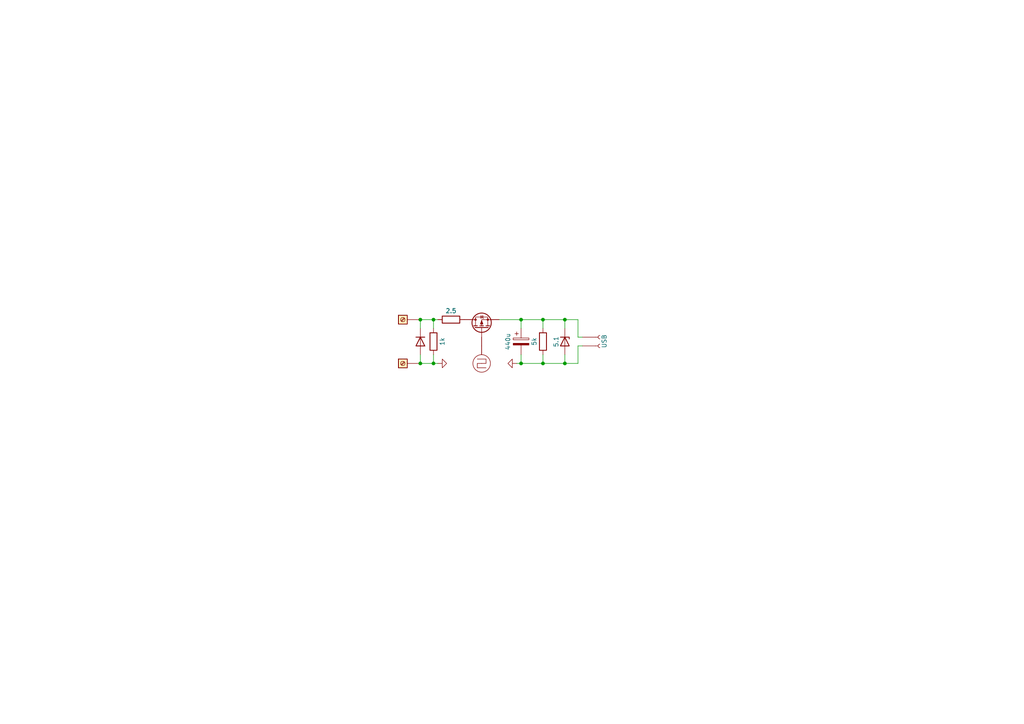
<source format=kicad_sch>
(kicad_sch (version 20211123) (generator eeschema)
  (paper "A4")
  (lib_symbols
    (symbol "Connector:Conn_01x02_Female" (pin_numbers hide) (pin_names (offset 1.016) hide)
      (property "Reference" "J" (at 0 2.54 0))
      (property "Value" "Conn_01x02_Female" (at 0 -5.08 0))
      (symbol "Conn_01x02_Female_1_1"
        (arc (start 0 -2.032) (mid -0.508 -2.54) (end 0 -3.048) (stroke (width 0.1524)))
        (polyline (pts (xy -1.27 -2.54) (xy -0.508 -2.54)) (stroke (width 0.1524)))
        (polyline (pts (xy -1.27 0) (xy -0.508 0)) (stroke (width 0.1524)))
        (arc (start 0 0.508) (mid -0.508 0) (end 0 -0.508) (stroke (width 0.1524)))
        (pin passive line (at -5.08 0 0) (length 3.81) (name "Pin_1") (number "1"))
        (pin passive line (at -5.08 -2.54 0) (length 3.81) (name "Pin_2") (number "2"))
      )
    )
    (symbol "Connector:Screw_Terminal_01x01" (pin_numbers hide) (pin_names (offset 1.016) hide)
      (property "Reference" "J" (at 0 2.54 0))
      (property "Value" "Screw_Terminal_01x01" (at 0 -2.54 0))
      (symbol "Screw_Terminal_01x01_1_1"
        (rectangle (start -1.27 1.27) (end 1.27 -1.27) (stroke (width 0.254)) (fill (type background)))
        (polyline (pts (xy -0.5334 0.3302) (xy 0.3302 -0.508)) (stroke (width 0.1524)))
        (polyline (pts (xy -0.3556 0.508) (xy 0.508 -0.3302)) (stroke (width 0.1524)))
        (circle (center 0 0) (radius 0.635) (stroke (width 0.1524)))
        (pin passive line (at -5.08 0 0) (length 3.81) (name "Pin_1") (number "1"))
      )
    )
    (symbol "Device:C_Polarized" (pin_numbers hide) (pin_names (offset 0.254))
      (property "Reference" "C" (at 0.635 2.54 0))
      (property "Value" "C_Polarized" (at 0.635 -2.54 0))
      (symbol "C_Polarized_0_1"
        (rectangle (start -2.286 0.508) (end 2.286 1.016))
        (polyline (pts (xy -1.778 2.286) (xy -0.762 2.286)))
        (polyline (pts (xy -1.27 2.794) (xy -1.27 1.778)))
        (rectangle (start 2.286 -0.508) (end -2.286 -1.016) (fill (type outline)))
      )
      (symbol "C_Polarized_1_1"
        (pin passive line (at 0 3.81 270) (length 2.794) (name "~") (number "1"))
        (pin passive line (at 0 -3.81 90) (length 2.794) (name "~") (number "2"))
      )
    )
    (symbol "Device:D" (pin_numbers hide) (pin_names (offset 1.016) hide)
      (property "Reference" "D" (at 0 2.54 0))
      (property "Value" "D" (at 0 -2.54 0))
      (symbol "D_0_1"
        (polyline (pts (xy -1.27 1.27) (xy -1.27 -1.27)) (stroke (width 0.254)))
        (polyline (pts (xy 1.27 0) (xy -1.27 0)))
        (polyline (pts (xy 1.27 1.27) (xy 1.27 -1.27) (xy -1.27 0) (xy 1.27 1.27)) (stroke (width 0.254)))
      )
      (symbol "D_1_1"
        (pin passive line (at -3.81 0 0) (length 2.54) (name "K") (number "1"))
        (pin passive line (at 3.81 0 180) (length 2.54) (name "A") (number "2"))
      )
    )
    (symbol "Device:D_Zener" (pin_numbers hide) (pin_names (offset 1.016) hide)
      (property "Reference" "D" (at 0 2.54 0))
      (property "Value" "D_Zener" (at 0 -2.54 0))
      (symbol "D_Zener_0_1"
        (polyline (pts (xy 1.27 0) (xy -1.27 0)))
        (polyline (pts (xy -1.27 -1.27) (xy -1.27 1.27) (xy -0.762 1.27)) (stroke (width 0.254)))
        (polyline (pts (xy 1.27 -1.27) (xy 1.27 1.27) (xy -1.27 0) (xy 1.27 -1.27)) (stroke (width 0.254)))
      )
      (symbol "D_Zener_1_1"
        (pin passive line (at -3.81 0 0) (length 2.54) (name "K") (number "1"))
        (pin passive line (at 3.81 0 180) (length 2.54) (name "A") (number "2"))
      )
    )
    (symbol "Device:R" (pin_numbers hide) (pin_names (offset 0))
      (property "Reference" "R" (at 2.032 0 90))
      (property "Value" "R" (at 0 0 90))
      (symbol "R_0_1"
        (rectangle (start -1.016 -2.54) (end 1.016 2.54) (stroke (width 0.254)))
      )
      (symbol "R_1_1"
        (pin passive line (at 0 3.81 270) (length 1.27) (name "~") (number "1"))
        (pin passive line (at 0 -3.81 90) (length 1.27) (name "~") (number "2"))
      )
    )
    (symbol "Square_Wave_generator_1" (pin_numbers hide)
      (symbol "Square_Wave_generator_1_0_1"
        (circle (center 0 0) (radius 2.54))
        (polyline (pts (xy 0 0) (xy 0 -1.27) (xy -1.27 -1.27) (xy -1.27 1.27)))
        (polyline (pts (xy 0 0) (xy 0 1.27) (xy 1.27 1.27) (xy 1.27 -1.27)))
      )
      (symbol "Square_Wave_generator_1_1_1"
        (pin output line (at -5.08 0 0) (length 2.54) (name "") (number "1"))
      )
    )
    (symbol "Transistor_FET:AO3401A" (pin_numbers hide) (pin_names hide)
      (property "Reference" "Q" (at 5.08 1.905 0))
      (property "Value" "AO3401A" (at 5.08 0 0))
      (symbol "AO3401A_0_1"
        (polyline (pts (xy 0.254 0) (xy -2.54 0)))
        (polyline (pts (xy 0.254 1.905) (xy 0.254 -1.905)) (stroke (width 0.254)))
        (polyline (pts (xy 0.762 -1.27) (xy 0.762 -2.286)) (stroke (width 0.254)))
        (polyline (pts (xy 0.762 0.508) (xy 0.762 -0.508)) (stroke (width 0.254)))
        (polyline (pts (xy 0.762 2.286) (xy 0.762 1.27)) (stroke (width 0.254)))
        (polyline (pts (xy 2.54 2.54) (xy 2.54 1.778)))
        (polyline (pts (xy 2.54 -2.54) (xy 2.54 0) (xy 0.762 0)))
        (polyline (pts (xy 0.762 1.778) (xy 3.302 1.778) (xy 3.302 -1.778) (xy 0.762 -1.778)))
        (polyline (pts (xy 2.286 0) (xy 1.27 0.381) (xy 1.27 -0.381) (xy 2.286 0)) (fill (type outline)))
        (polyline (pts (xy 2.794 -0.508) (xy 2.921 -0.381) (xy 3.683 -0.381) (xy 3.81 -0.254)))
        (polyline (pts (xy 3.302 -0.381) (xy 2.921 0.254) (xy 3.683 0.254) (xy 3.302 -0.381)))
        (circle (center 1.651 0) (radius 2.794) (stroke (width 0.254)))
        (circle (center 2.54 -1.778) (radius 0.254) (fill (type outline)))
        (circle (center 2.54 1.778) (radius 0.254) (fill (type outline)))
      )
      (symbol "AO3401A_1_1"
        (pin input line (at -5.08 0 0) (length 2.54) (name "G") (number "1"))
        (pin passive line (at 2.54 -5.08 90) (length 2.54) (name "S") (number "2"))
        (pin passive line (at 2.54 5.08 270) (length 2.54) (name "D") (number "3"))
      )
    )
    (symbol "power:GND" (power) (pin_names (offset 0))
      (property "Value" "GND" (at 0 -3.81 0))
      (symbol "GND_0_1"
        (polyline (pts (xy 0 0) (xy 0 -1.27) (xy 1.27 -1.27) (xy 0 -2.54) (xy -1.27 -1.27) (xy 0 -1.27)))
      )
      (symbol "GND_1_1"
        (pin power_in line (at 0 0 270) (length 0) hide (name "GND") (number "1"))
      )
    )
  )
  (junction (at 121.92 92.71))
  (junction (at 125.73 105.41))
  (junction (at 157.48 92.71))
  (junction (at 121.92 105.41))
  (junction (at 157.48 105.41))
  (junction (at 163.83 92.71))
  (junction (at 151.13 105.41))
  (junction (at 125.73 92.71))
  (junction (at 163.83 105.41))
  (junction (at 151.13 92.71))
  (wire (pts (xy 167.64 97.79) (xy 167.64 92.71)))
  (wire (pts (xy 125.73 92.71) (xy 125.73 95.25)))
  (wire (pts (xy 163.83 92.71) (xy 163.83 95.25)))
  (wire (pts (xy 157.48 102.87) (xy 157.48 105.41)))
  (wire (pts (xy 144.78 92.71) (xy 151.13 92.71)))
  (wire (pts (xy 157.48 105.41) (xy 151.13 105.41)))
  (wire (pts (xy 127 92.71) (xy 125.73 92.71)))
  (wire (pts (xy 168.91 97.79) (xy 167.64 97.79)))
  (wire (pts (xy 167.64 100.33) (xy 167.64 105.41)))
  (wire (pts (xy 151.13 92.71) (xy 157.48 92.71)))
  (wire (pts (xy 127 105.41) (xy 125.73 105.41)))
  (wire (pts (xy 157.48 92.71) (xy 163.83 92.71)))
  (wire (pts (xy 163.83 105.41) (xy 167.64 105.41)))
  (wire (pts (xy 121.92 102.87) (xy 121.92 105.41)))
  (wire (pts (xy 149.86 105.41) (xy 151.13 105.41)))
  (wire (pts (xy 121.92 95.25) (xy 121.92 92.71)))
  (wire (pts (xy 125.73 102.87) (xy 125.73 105.41)))
  (wire (pts (xy 151.13 105.41) (xy 151.13 102.87)))
  (wire (pts (xy 157.48 92.71) (xy 157.48 95.25)))
  (wire (pts (xy 168.91 100.33) (xy 167.64 100.33)))
  (wire (pts (xy 163.83 102.87) (xy 163.83 105.41)))
  (wire (pts (xy 163.83 92.71) (xy 167.64 92.71)))
  (wire (pts (xy 121.92 105.41) (xy 125.73 105.41)))
  (wire (pts (xy 151.13 92.71) (xy 151.13 95.25)))
  (wire (pts (xy 121.92 92.71) (xy 125.73 92.71)))
  (wire (pts (xy 157.48 105.41) (xy 163.83 105.41)))
  (symbol (lib_id "Device:D_Zener") (at 163.83 99.06 270) (unit 1)
    (property "Reference" "5.1" (at 161.29 97.5 0) (effects (justify left)))
    (property "Value" "D_Zener" (effects hide))
  )
  (symbol (lib_id "Connector:Screw_Terminal_01x01") (at 116.84 105.41 0) (mirror y) (unit 1)
    (property "Reference" "J?" (effects hide))
    (property "Value" "Screw_Terminal_01x01" (effects hide))
  )
  (symbol (lib_name "Square_Wave_generator_1") (lib_id "My-Library:Square_Wave_generator") (at 139.7 105.41 90) (mirror x) (unit 1)
    (property "Reference" "G?" (effects hide))
    (property "Value" "Square_Wave_generator" (effects hide))
  )
  (symbol (lib_id "Device:D") (at 121.92 99.06 270) (unit 1)
    (property "Reference" "D?" (effects hide))
    (property "Value" "D" (effects hide))
  )
  (symbol (lib_id "Device:R") (at 130.81 92.71 270) (mirror x) (unit 1)
    (property "Reference" "2.5" (at 130.81 90.17 90))
    (property "Value" "R" (effects hide))
  )
  (symbol (lib_id "Device:C_Polarized") (at 151.13 99.06 0) (unit 1)
    (property "Reference" "440u" (at 147.32 101.6 90) (effects (justify left)))
    (property "Value" "C_Polarized" (effects hide))
  )
  (symbol (lib_id "Device:R") (at 157.48 99.06 0) (mirror x) (unit 1)
    (property "Reference" "5k" (at 154.94 99.06 90))
    (property "Value" "R" (effects hide))
  )
  (symbol (lib_id "Transistor_FET:AO3401A") (at 139.7 95.25 90) (unit 1)
    (property "Reference" "Q?" (effects hide))
    (property "Value" "AO3401A" (effects hide))
    (property "Footprint" "Package_TO_SOT_SMD:SOT-23" (effects hide))
    (property "Datasheet" "http://www.aosmd.com/pdfs/datasheet/AO3401A.pdf" (effects hide))
  )
  (symbol (lib_id "power:GND") (at 127 105.41 90) (mirror x) (unit 1)
    (property "Reference" "#PWR?" (effects hide))
    (property "Value" "GND" (effects hide))
  )
  (symbol (lib_id "power:GND") (at 149.86 105.41 270) (mirror x) (unit 1)
    (property "Reference" "#PWR?" (effects hide))
    (property "Value" "GND" (effects hide))
  )
  (symbol (lib_id "Connector:Screw_Terminal_01x01") (at 116.84 92.71 0) (mirror y) (unit 1)
    (property "Reference" "J?" (effects hide))
    (property "Value" "Screw_Terminal_01x01" (effects hide))
  )
  (symbol (lib_id "Device:R") (at 125.73 99.06 0) (mirror x) (unit 1)
    (property "Reference" "1k" (at 128.27 99.06 90))
    (property "Value" "R" (effects hide))
  )
  (symbol (lib_id "Connector:Conn_01x02_Female") (at 173.99 97.79 0) (unit 1)
    (property "Reference" "USB" (at 175.26 101 90) (effects (justify left)))
    (property "Value" "Conn_01x02_Female" (effects hide))
  )
)
</source>
